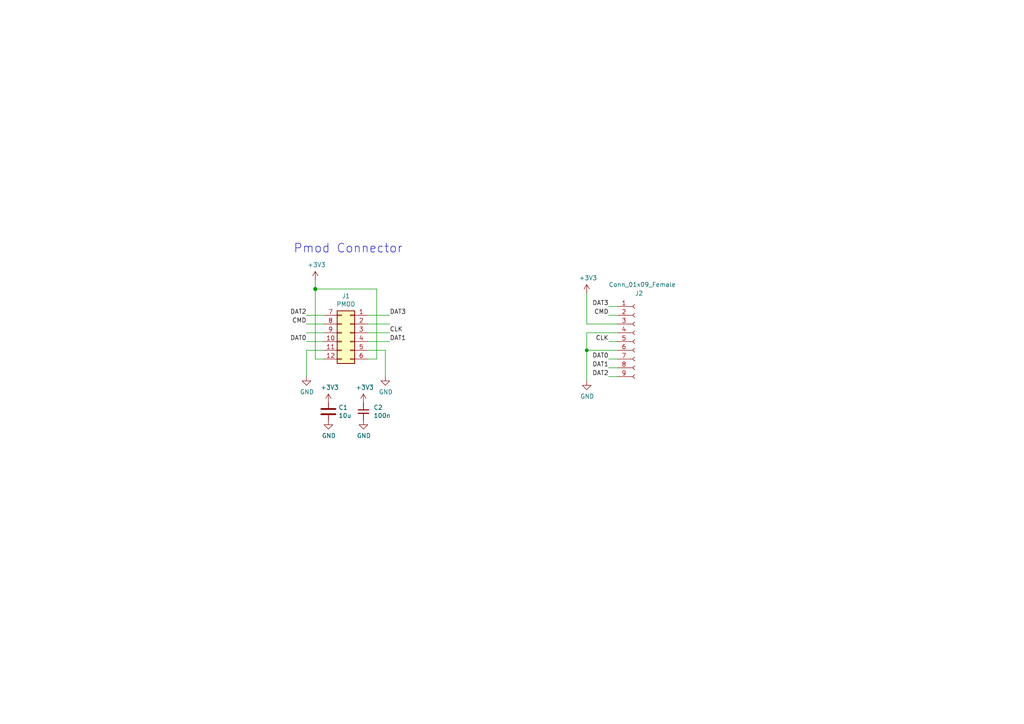
<source format=kicad_sch>
(kicad_sch (version 20201015) (generator eeschema)
  (paper "A4")
  (title_block (title "SD Dummy") (date "2020-12-13") (rev "r1.0") (company "GsD - @gregdavill") (comment 1 "PMOD"))
  (lib_symbols
    (symbol "7segment-rescue:pkl_C-pkl_device" (pin_numbers hide) (pin_names (offset 0.254))
      (property "Reference" "C" (at 0.635 2.54 0))
      (property "Value" "pkl_C-pkl_device" (at 0.635 -2.54 0))
      (symbol "pkl_C-pkl_device_0_1"
        (polyline (pts (xy -2.032 -0.762) (xy 2.032 -0.762)) (stroke (width 0.508)))
        (polyline (pts (xy -2.032 0.762) (xy 2.032 0.762)) (stroke (width 0.508)))
      )
      (symbol "pkl_C-pkl_device_1_1"
        (pin passive line (at 0 2.54 270) (length 1.524) (name "~") (number "1"))
        (pin passive line (at 0 -2.54 90) (length 1.524) (name "~") (number "2"))
      )
    )
    (symbol "7segment-rescue:pkl_C_Small-pkl_device" (pin_numbers hide) (pin_names (offset 0.254) hide)
      (property "Reference" "C" (at 0.254 1.778 0))
      (property "Value" "pkl_C_Small-pkl_device" (at 0.254 -2.032 0))
      (symbol "pkl_C_Small-pkl_device_0_1"
        (polyline (pts (xy -1.524 -0.508) (xy 1.524 -0.508)) (stroke (width 0.3302)))
        (polyline (pts (xy -1.524 0.508) (xy 1.524 0.508)) (stroke (width 0.3048)))
      )
      (symbol "pkl_C_Small-pkl_device_1_1"
        (pin passive line (at 0 2.54 270) (length 1.905) (name "~") (number "1"))
        (pin passive line (at 0 -2.54 90) (length 2.032) (name "~") (number "2"))
      )
    )
    (symbol "Connector:Conn_01x09_Female" (pin_names (offset 1.016) hide)
      (property "Reference" "J" (at 0 12.7 0))
      (property "Value" "Conn_01x09_Female" (at 0 -12.7 0))
      (symbol "Conn_01x09_Female_1_1"
        (arc (start 0 -9.652) (end 0 -10.668) (radius (at 0 -10.16) (length 0.508) (angles 90.1 -90.1)) (stroke (width 0.1524)))
        (arc (start 0 -7.112) (end 0 -8.128) (radius (at 0 -7.62) (length 0.508) (angles 90.1 -90.1)) (stroke (width 0.1524)))
        (arc (start 0 -4.572) (end 0 -5.588) (radius (at 0 -5.08) (length 0.508) (angles 90.1 -90.1)) (stroke (width 0.1524)))
        (arc (start 0 -2.032) (end 0 -3.048) (radius (at 0 -2.54) (length 0.508) (angles 90.1 -90.1)) (stroke (width 0.1524)))
        (arc (start 0 0.508) (end 0 -0.508) (radius (at 0 0) (length 0.508) (angles 90.1 -90.1)) (stroke (width 0.1524)))
        (arc (start 0 3.048) (end 0 2.032) (radius (at 0 2.54) (length 0.508) (angles 90.1 -90.1)) (stroke (width 0.1524)))
        (arc (start 0 5.588) (end 0 4.572) (radius (at 0 5.08) (length 0.508) (angles 90.1 -90.1)) (stroke (width 0.1524)))
        (arc (start 0 8.128) (end 0 7.112) (radius (at 0 7.62) (length 0.508) (angles 90.1 -90.1)) (stroke (width 0.1524)))
        (arc (start 0 10.668) (end 0 9.652) (radius (at 0 10.16) (length 0.508) (angles 90.1 -90.1)) (stroke (width 0.1524)))
        (polyline (pts (xy -1.27 -10.16) (xy -0.508 -10.16)) (stroke (width 0.1524)))
        (polyline (pts (xy -1.27 -7.62) (xy -0.508 -7.62)) (stroke (width 0.1524)))
        (polyline (pts (xy -1.27 -5.08) (xy -0.508 -5.08)) (stroke (width 0.1524)))
        (polyline (pts (xy -1.27 -2.54) (xy -0.508 -2.54)) (stroke (width 0.1524)))
        (polyline (pts (xy -1.27 0) (xy -0.508 0)) (stroke (width 0.1524)))
        (polyline (pts (xy -1.27 2.54) (xy -0.508 2.54)) (stroke (width 0.1524)))
        (polyline (pts (xy -1.27 5.08) (xy -0.508 5.08)) (stroke (width 0.1524)))
        (polyline (pts (xy -1.27 7.62) (xy -0.508 7.62)) (stroke (width 0.1524)))
        (polyline (pts (xy -1.27 10.16) (xy -0.508 10.16)) (stroke (width 0.1524)))
        (pin passive line (at -5.08 10.16 0) (length 3.81) (name "Pin_1") (number "1"))
        (pin passive line (at -5.08 7.62 0) (length 3.81) (name "Pin_2") (number "2"))
        (pin passive line (at -5.08 5.08 0) (length 3.81) (name "Pin_3") (number "3"))
        (pin passive line (at -5.08 2.54 0) (length 3.81) (name "Pin_4") (number "4"))
        (pin passive line (at -5.08 0 0) (length 3.81) (name "Pin_5") (number "5"))
        (pin passive line (at -5.08 -2.54 0) (length 3.81) (name "Pin_6") (number "6"))
        (pin passive line (at -5.08 -5.08 0) (length 3.81) (name "Pin_7") (number "7"))
        (pin passive line (at -5.08 -7.62 0) (length 3.81) (name "Pin_8") (number "8"))
        (pin passive line (at -5.08 -10.16 0) (length 3.81) (name "Pin_9") (number "9"))
      )
    )
    (symbol "Connector_Generic:Conn_02x06_Top_Bottom" (pin_names (offset 1.016) hide)
      (property "Reference" "J" (at 1.27 7.62 0))
      (property "Value" "Conn_02x06_Top_Bottom" (at 1.27 -10.16 0))
      (symbol "Conn_02x06_Top_Bottom_1_1"
        (rectangle (start -1.27 -4.953) (end 0 -5.207) (stroke (width 0.1524)))
        (rectangle (start -1.27 -7.493) (end 0 -7.747) (stroke (width 0.1524)))
        (rectangle (start -1.27 -2.413) (end 0 -2.667) (stroke (width 0.1524)))
        (rectangle (start -1.27 2.667) (end 0 2.413) (stroke (width 0.1524)))
        (rectangle (start -1.27 5.207) (end 0 4.953) (stroke (width 0.1524)))
        (rectangle (start -1.27 6.35) (end 3.81 -8.89) (stroke (width 0.254)) (fill (type background)))
        (rectangle (start -1.27 0.127) (end 0 -0.127) (stroke (width 0.1524)))
        (rectangle (start 3.81 -4.953) (end 2.54 -5.207) (stroke (width 0.1524)))
        (rectangle (start 3.81 -7.493) (end 2.54 -7.747) (stroke (width 0.1524)))
        (rectangle (start 3.81 -2.413) (end 2.54 -2.667) (stroke (width 0.1524)))
        (rectangle (start 3.81 2.667) (end 2.54 2.413) (stroke (width 0.1524)))
        (rectangle (start 3.81 5.207) (end 2.54 4.953) (stroke (width 0.1524)))
        (rectangle (start 3.81 0.127) (end 2.54 -0.127) (stroke (width 0.1524)))
        (pin passive line (at -5.08 5.08 0) (length 3.81) (name "Pin_1") (number "1"))
        (pin passive line (at 7.62 -2.54 180) (length 3.81) (name "Pin_10") (number "10"))
        (pin passive line (at 7.62 -5.08 180) (length 3.81) (name "Pin_11") (number "11"))
        (pin passive line (at 7.62 -7.62 180) (length 3.81) (name "Pin_12") (number "12"))
        (pin passive line (at -5.08 2.54 0) (length 3.81) (name "Pin_2") (number "2"))
        (pin passive line (at -5.08 0 0) (length 3.81) (name "Pin_3") (number "3"))
        (pin passive line (at -5.08 -2.54 0) (length 3.81) (name "Pin_4") (number "4"))
        (pin passive line (at -5.08 -5.08 0) (length 3.81) (name "Pin_5") (number "5"))
        (pin passive line (at -5.08 -7.62 0) (length 3.81) (name "Pin_6") (number "6"))
        (pin passive line (at 7.62 5.08 180) (length 3.81) (name "Pin_7") (number "7"))
        (pin passive line (at 7.62 2.54 180) (length 3.81) (name "Pin_8") (number "8"))
        (pin passive line (at 7.62 0 180) (length 3.81) (name "Pin_9") (number "9"))
      )
    )
    (symbol "power:+3V3" (power) (pin_names (offset 0))
      (property "Value" "+3V3" (at 0 3.556 0))
      (symbol "+3V3_0_1"
        (polyline (pts (xy -0.762 1.27) (xy 0 2.54)))
        (polyline (pts (xy 0 0) (xy 0 2.54)))
        (polyline (pts (xy 0 2.54) (xy 0.762 1.27)))
      )
      (symbol "+3V3_1_1"
        (pin power_in line (at 0 0 90) (length 0) hide (name "+3V3") (number "1"))
      )
    )
    (symbol "power:GND" (power) (pin_names (offset 0))
      (property "Value" "GND" (at 0 -3.81 0))
      (symbol "GND_0_1"
        (polyline (pts (xy 0 0) (xy 0 -1.27) (xy 1.27 -1.27) (xy 0 -2.54) (xy -1.27 -1.27) (xy 0 -1.27)))
      )
      (symbol "GND_1_1"
        (pin power_in line (at 0 0 270) (length 0) hide (name "GND") (number "1"))
      )
    )
  )
  (bus_alias "GPDI" (members "CK_N" "CK_P" "D0_N" "D0_P" "D1_N" "D1_P" "D2_N" "D2_P"))
  (junction (at 91.44 83.82) (diameter 1.016))
  (junction (at 170.18 101.6) (diameter 0.9144))
  (wire (pts (xy 88.9 91.44) (xy 93.98 91.44)))
  (wire (pts (xy 88.9 93.98) (xy 93.98 93.98)))
  (wire (pts (xy 88.9 96.52) (xy 93.98 96.52)))
  (wire (pts (xy 88.9 99.06) (xy 93.98 99.06)))
  (wire (pts (xy 88.9 101.6) (xy 88.9 109.22)))
  (wire (pts (xy 91.44 81.28) (xy 91.44 83.82)))
  (wire (pts (xy 91.44 104.14) (xy 91.44 83.82)))
  (wire (pts (xy 93.98 101.6) (xy 88.9 101.6)))
  (wire (pts (xy 93.98 104.14) (xy 91.44 104.14)))
  (wire (pts (xy 106.68 91.44) (xy 113.03 91.44)))
  (wire (pts (xy 106.68 93.98) (xy 113.03 93.98)))
  (wire (pts (xy 106.68 96.52) (xy 113.03 96.52)))
  (wire (pts (xy 106.68 99.06) (xy 113.03 99.06)))
  (wire (pts (xy 106.68 101.6) (xy 111.76 101.6)))
  (wire (pts (xy 106.68 104.14) (xy 109.22 104.14)))
  (wire (pts (xy 109.22 83.82) (xy 91.44 83.82)))
  (wire (pts (xy 109.22 83.82) (xy 109.22 104.14)))
  (wire (pts (xy 111.76 101.6) (xy 111.76 109.22)))
  (wire (pts (xy 170.18 85.09) (xy 170.18 93.98)))
  (wire (pts (xy 170.18 93.98) (xy 179.07 93.98)))
  (wire (pts (xy 170.18 96.52) (xy 170.18 101.6)))
  (wire (pts (xy 170.18 96.52) (xy 179.07 96.52)))
  (wire (pts (xy 170.18 101.6) (xy 170.18 110.49)))
  (wire (pts (xy 170.18 101.6) (xy 179.07 101.6)))
  (wire (pts (xy 176.53 88.9) (xy 179.07 88.9)))
  (wire (pts (xy 176.53 91.44) (xy 179.07 91.44)))
  (wire (pts (xy 176.53 99.06) (xy 179.07 99.06)))
  (wire (pts (xy 176.53 104.14) (xy 179.07 104.14)))
  (wire (pts (xy 176.53 106.68) (xy 179.07 106.68)))
  (wire (pts (xy 176.53 109.22) (xy 179.07 109.22)))
  (text "Pmod Connector" (at 85.09 73.66 0) (effects (font (size 2.54 2.54)) (justify left bottom)))
  (label "DAT2" (at 88.9 91.44 180))
  (label "CMD" (at 88.9 93.98 180))
  (label "DAT0" (at 88.9 99.06 180))
  (label "DAT3" (at 113.03 91.44 0))
  (label "CLK" (at 113.03 96.52 0))
  (label "DAT1" (at 113.03 99.06 0))
  (label "DAT3" (at 176.53 88.9 180))
  (label "CMD" (at 176.53 91.44 180))
  (label "CLK" (at 176.53 99.06 180))
  (label "DAT0" (at 176.53 104.14 180))
  (label "DAT1" (at 176.53 106.68 180))
  (label "DAT2" (at 176.53 109.22 180))
  (symbol (lib_id "power:+3V3") (at 91.44 81.28 0) (unit 1)
    (property "Reference" "#PWR0112" (effects hide))
    (property "Value" "+3V3" (at 91.821 76.8096 0))
  )
  (symbol (lib_id "power:+3V3") (at 95.25 116.84 0) (unit 1)
    (property "Reference" "#PWR0108" (effects hide))
    (property "Value" "+3V3" (at 95.631 112.3696 0))
  )
  (symbol (lib_id "power:+3V3") (at 105.41 116.84 0) (unit 1)
    (property "Reference" "#PWR0111" (effects hide))
    (property "Value" "+3V3" (at 105.791 112.3696 0))
  )
  (symbol (lib_id "power:+3V3") (at 170.18 85.09 0) (unit 1)
    (property "Reference" "#PWR0102" (effects hide))
    (property "Value" "+3V3" (at 170.561 80.6196 0))
  )
  (symbol (lib_id "power:GND") (at 88.9 109.22 0) (unit 1)
    (property "Reference" "#PWR0109" (effects hide))
    (property "Value" "GND" (at 89.027 113.6904 0))
  )
  (symbol (lib_id "power:GND") (at 95.25 121.92 0) (unit 1)
    (property "Reference" "#PWR0113" (effects hide))
    (property "Value" "GND" (at 95.377 126.3904 0))
  )
  (symbol (lib_id "power:GND") (at 105.41 121.92 0) (unit 1)
    (property "Reference" "#PWR0114" (effects hide))
    (property "Value" "GND" (at 105.537 126.3904 0))
  )
  (symbol (lib_id "power:GND") (at 111.76 109.22 0) (unit 1)
    (property "Reference" "#PWR0110" (effects hide))
    (property "Value" "GND" (at 111.887 113.6904 0))
  )
  (symbol (lib_id "power:GND") (at 170.18 110.49 0) (unit 1)
    (property "Reference" "#PWR0101" (effects hide))
    (property "Value" "GND" (at 170.307 114.9604 0))
  )
  (symbol (lib_id "7segment-rescue:pkl_C_Small-pkl_device") (at 105.41 119.38 0) (unit 1)
    (property "Reference" "C2" (at 108.331 118.1862 0) (effects (justify left)))
    (property "Value" "100n" (at 108.331 120.5484 0) (effects (justify left)))
    (property "Footprint" "Capacitor_SMD:C_0402_1005Metric" (effects hide))
    (property "Source" "ANY" (effects hide))
  )
  (symbol (lib_id "7segment-rescue:pkl_C-pkl_device") (at 95.25 119.38 0) (unit 1)
    (property "Reference" "C1" (at 98.171 118.1862 0) (effects (justify left)))
    (property "Value" "10u" (at 98.171 120.5484 0) (effects (justify left)))
    (property "Footprint" "Capacitor_SMD:C_0603_1608Metric" (effects hide))
    (property "Source" "ANY" (effects hide))
  )
  (symbol (lib_id "Connector:Conn_01x09_Female") (at 184.15 99.06 0) (unit 1)
    (property "Reference" "J2" (at 184.15 85.09 0) (effects (justify left)))
    (property "Value" "Conn_01x09_Female" (at 176.53 82.55 0) (effects (justify left)))
    (property "Footprint" "gsd-footprints:SD_PCB" (effects hide))
  )
  (symbol (lib_id "Connector_Generic:Conn_02x06_Top_Bottom") (at 101.6 96.52 0) (mirror y) (unit 1)
    (property "Reference" "J1" (at 100.33 85.852 0))
    (property "Value" "PMOD" (at 100.33 88.2142 0))
    (property "Footprint" "Connector_PinHeader_2.54mm:PinHeader_2x06_P2.54mm_Horizontal" (effects hide))
    (property "Source" "ANY" (effects hide))
  )
)
</source>
